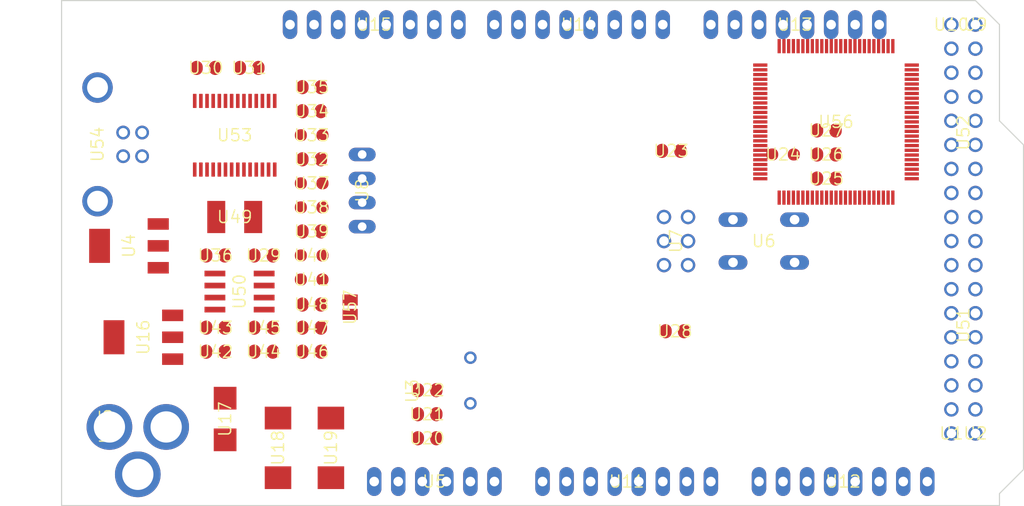
<source format=kicad_pcb>
(kicad_pcb (version 20221018) (generator pcbnew)
  (layers (0 "F.Cu" signal "Top") (31 "B.Cu" signal "Bottom") (34 "B.Paste" user) (35 "F.Paste" user) (36 "B.SilkS" user "B.Silkscreen") (37 "F.SilkS" user "F.Silkscreen") (38 "B.Mask" user) (39 "F.Mask" user) (44 "Edge.Cuts" user))
  (net 0 "")
  (net 1 "+5V")
  (net 2 "GND")
  (net 3 "N$6")
  (net 4 "N$7")
  (net 5 "AREF")
  (net 6 "RESET")
  (net 7 "VIN")
  (net 8 "N$3")
  (net 9 "PWRIN")
  (net 10 "M8RXD")
  (net 11 "M8TXD")
  (net 12 "ADC0")
  (net 13 "ADC2")
  (net 14 "ADC1")
  (net 15 "ADC3")
  (net 16 "ADC4")
  (net 17 "ADC5")
  (net 18 "ADC6")
  (net 19 "ADC7")
  (net 20 "+3V3")
  (net 21 "SDA")
  (net 22 "SCL")
  (net 23 "ADC9")
  (net 24 "ADC8")
  (net 25 "ADC10")
  (net 26 "ADC11")
  (net 27 "ADC12")
  (net 28 "ADC13")
  (net 29 "ADC14")
  (net 30 "ADC15")
  (net 31 "PB3")
  (net 32 "PB2")
  (net 33 "PB1")
  (net 34 "PB5")
  (net 35 "PB4")
  (net 36 "PE5")
  (net 37 "PE4")
  (net 38 "PE3")
  (net 39 "PE1")
  (net 40 "PE0")
  (net 41 "N$15")
  (net 42 "N$53")
  (net 43 "N$54")
  (net 44 "N$55")
  (net 45 "D-")
  (net 46 "D+")
  (net 47 "N$60")
  (net 48 "DTR")
  (net 49 "USBVCC")
  (net 50 "N$2")
  (net 51 "N$4")
  (net 52 "GATE_CMD")
  (net 53 "CMP")
  (net 54 "PB6")
  (net 55 "PH3")
  (net 56 "PH4")
  (net 57 "PH5")
  (net 58 "PH6")
  (net 59 "PG5")
  (net 60 "RXD1")
  (net 61 "TXD1")
  (net 62 "RXD2")
  (net 63 "RXD3")
  (net 64 "TXD2")
  (net 65 "TXD3")
  (net 66 "PC0")
  (net 67 "PC1")
  (net 68 "PC2")
  (net 69 "PC3")
  (net 70 "PC4")
  (net 71 "PC5")
  (net 72 "PC6")
  (net 73 "PC7")
  (net 74 "PB0")
  (net 75 "PG0")
  (net 76 "PG1")
  (net 77 "PG2")
  (net 78 "PD7")
  (net 79 "PA0")
  (net 80 "PA1")
  (net 81 "PA2")
  (net 82 "PA3")
  (net 83 "PA4")
  (net 84 "PA5")
  (net 85 "PA6")
  (net 86 "PA7")
  (net 87 "PL0")
  (net 88 "PL1")
  (net 89 "PL2")
  (net 90 "PL3")
  (net 91 "PL4")
  (net 92 "PL5")
  (net 93 "PL6")
  (net 94 "PL7")
  (net 95 "PB7")
  (net 96 "CTS")
  (net 97 "DSR")
  (net 98 "DCD")
  (net 99 "RI")
  (footprint "Arduino_MEGA_Reference_Design:2X03" (layer "F.Cu") (at 162.5981 103.7336 -90)
    (fp_text reference "U7")
    (fp_text value "")
  )
  (footprint "Arduino_MEGA_Reference_Design:1X08" (layer "F.Cu") (at 152.3111 80.8736 180)
    (fp_text reference "U14")
    (fp_text value "")
  )
  (footprint "Arduino_MEGA_Reference_Design:1X08" (layer "F.Cu") (at 130.7211 80.8736 180)
    (fp_text reference "U15")
    (fp_text value "")
  )
  (footprint "Arduino_MEGA_Reference_Design:SMC_D" (layer "F.Cu") (at 120.5611 125.5776 -90)
    (fp_text reference "U18")
    (fp_text value "")
  )
  (footprint "Arduino_MEGA_Reference_Design:SMC_D" (layer "F.Cu") (at 126.1491 125.5776 -90)
    (fp_text reference "U19")
    (fp_text value "")
  )
  (footprint "Arduino_MEGA_Reference_Design:B3F-10XX" (layer "F.Cu") (at 171.8691 103.7336 180)
    (fp_text reference "U6")
    (fp_text value "")
  )
  (footprint "Arduino_MEGA_Reference_Design:0805RND" (layer "F.Cu") (at 173.9011 94.5896 180)
    (fp_text reference "U24")
    (fp_text value "")
  )
  (footprint "Arduino_MEGA_Reference_Design:SMB" (layer "F.Cu") (at 114.9731 122.5296 -90)
    (fp_text reference "U17")
    (fp_text value "")
  )
  (footprint "Arduino_MEGA_Reference_Design:DC-21MM" (layer "F.Cu") (at 103.0351 123.2916 90)
    (fp_text reference "U55")
    (fp_text value "")
  )
  (footprint "Arduino_MEGA_Reference_Design:HC49_S" (layer "F.Cu") (at 140.8811 118.4656 90)
    (fp_text reference "U3")
    (fp_text value "")
  )
  (footprint "Arduino_MEGA_Reference_Design:SOT223" (layer "F.Cu") (at 106.3371 113.8936 90)
    (fp_text reference "U16")
    (fp_text value "")
  )
  (footprint "Arduino_MEGA_Reference_Design:1X06" (layer "F.Cu") (at 137.0711 129.1336)
    (fp_text reference "U5")
    (fp_text value "")
  )
  (footprint "Arduino_MEGA_Reference_Design:C0805RND" (layer "F.Cu") (at 124.1171 87.4776)
    (fp_text reference "U35")
    (fp_text value "")
  )
  (footprint "Arduino_MEGA_Reference_Design:C0805RND" (layer "F.Cu") (at 162.4711 113.2586)
    (fp_text reference "U28")
    (fp_text value "")
  )
  (footprint "Arduino_MEGA_Reference_Design:C0805RND" (layer "F.Cu") (at 136.3091 122.0216)
    (fp_text reference "U21")
    (fp_text value "")
  )
  (footprint "Arduino_MEGA_Reference_Design:C0805RND" (layer "F.Cu") (at 136.3091 119.4816)
    (fp_text reference "U22")
    (fp_text value "")
  )
  (footprint "Arduino_MEGA_Reference_Design:C0805RND" (layer "F.Cu") (at 113.9571 112.8776)
    (fp_text reference "U43")
    (fp_text value "")
  )
  (footprint "Arduino_MEGA_Reference_Design:RCL_0805RND" (layer "F.Cu") (at 124.1171 105.2576)
    (fp_text reference "U40")
    (fp_text value "")
  )
  (footprint "Arduino_MEGA_Reference_Design:RCL_0805RND" (layer "F.Cu") (at 124.1171 107.7976)
    (fp_text reference "U41")
    (fp_text value "")
  )
  (footprint "Arduino_MEGA_Reference_Design:1X08" (layer "F.Cu") (at 157.3911 129.1336)
    (fp_text reference "U11")
    (fp_text value "")
  )
  (footprint "Arduino_MEGA_Reference_Design:1X08" (layer "F.Cu") (at 175.1711 80.8736 180)
    (fp_text reference "U13")
    (fp_text value "")
  )
  (footprint "Arduino_MEGA_Reference_Design:R0805RND" (layer "F.Cu") (at 178.4731 94.5896 180)
    (fp_text reference "U26")
    (fp_text value "")
  )
  (footprint "Arduino_MEGA_Reference_Design:R0805RND" (layer "F.Cu") (at 178.4731 92.0496 180)
    (fp_text reference "U27")
    (fp_text value "")
  )
  (footprint "Arduino_MEGA_Reference_Design:TQFP100" (layer "F.Cu") (at 179.4967803955078 91.14759826660156 0)
    (fp_text reference "U56")
    (fp_text value "")
  )
  (footprint "Arduino_MEGA_Reference_Design:C0805RND" (layer "F.Cu") (at 162.0901 94.2086 180)
    (fp_text reference "U23")
    (fp_text value "")
  )
  (footprint "Arduino_MEGA_Reference_Design:C0805RND" (layer "F.Cu") (at 136.3091 124.5616)
    (fp_text reference "U20")
    (fp_text value "")
  )
  (footprint "Arduino_MEGA_Reference_Design:1X08" (layer "F.Cu") (at 180.2511 129.1336)
    (fp_text reference "U12")
    (fp_text value "")
  )
  (footprint "Arduino_MEGA_Reference_Design:R0805RND" (layer "F.Cu") (at 124.1171 112.8776)
    (fp_text reference "U47")
    (fp_text value "")
  )
  (footprint "Arduino_MEGA_Reference_Design:C0805RND" (layer "F.Cu") (at 124.1171 115.4176)
    (fp_text reference "U46")
    (fp_text value "")
  )
  (footprint "Arduino_MEGA_Reference_Design:C0805RND" (layer "F.Cu") (at 113.9571 105.2576)
    (fp_text reference "U36")
    (fp_text value "")
  )
  (footprint "Arduino_MEGA_Reference_Design:C0805RND" (layer "F.Cu") (at 112.9411 85.4456)
    (fp_text reference "U30")
    (fp_text value "")
  )
  (footprint "Arduino_MEGA_Reference_Design:0805RND" (layer "F.Cu") (at 124.1171 100.1776 180)
    (fp_text reference "U38")
    (fp_text value "")
  )
  (footprint "Arduino_MEGA_Reference_Design:0805RND" (layer "F.Cu") (at 124.1171 97.6376 180)
    (fp_text reference "U37")
    (fp_text value "")
  )
  (footprint "Arduino_MEGA_Reference_Design:R0805RND" (layer "F.Cu") (at 124.1171 95.0976)
    (fp_text reference "U32")
    (fp_text value "")
  )
  (footprint "Arduino_MEGA_Reference_Design:R0805RND" (layer "F.Cu") (at 124.1171 102.7176)
    (fp_text reference "U39")
    (fp_text value "")
  )
  (footprint "Arduino_MEGA_Reference_Design:SSOP28" (layer "F.Cu") (at 115.9891 92.5576)
    (fp_text reference "U53")
    (fp_text value "")
  )
  (footprint "Arduino_MEGA_Reference_Design:PN61729" (layer "F.Cu") (at 98.9584 93.5228 -90)
    (fp_text reference "U54")
    (fp_text value "")
  )
  (footprint "Arduino_MEGA_Reference_Design:L1812" (layer "F.Cu") (at 115.9891 101.1936)
    (fp_text reference "U49")
    (fp_text value "")
  )
  (footprint "Arduino_MEGA_Reference_Design:C0805RND" (layer "F.Cu") (at 117.5131 85.4456)
    (fp_text reference "U31")
    (fp_text value "")
  )
  (footprint "Arduino_MEGA_Reference_Design:0805RND" (layer "F.Cu") (at 124.1171 92.5576 180)
    (fp_text reference "U33")
    (fp_text value "")
  )
  (footprint "Arduino_MEGA_Reference_Design:R0805RND" (layer "F.Cu") (at 124.1171 90.0176 180)
    (fp_text reference "U34")
    (fp_text value "")
  )
  (footprint "Arduino_MEGA_Reference_Design:C0805RND" (layer "F.Cu") (at 124.1171 110.4392 180)
    (fp_text reference "U48")
    (fp_text value "")
  )
  (footprint "Arduino_MEGA_Reference_Design:SOT223" (layer "F.Cu") (at 104.8131 104.2416 90)
    (fp_text reference "U4")
    (fp_text value "")
  )
  (footprint "Arduino_MEGA_Reference_Design:SO08" (layer "F.Cu") (at 116.4971 109.0676 -90)
    (fp_text reference "U50")
    (fp_text value "")
  )
  (footprint "Arduino_MEGA_Reference_Design:R0805RND" (layer "F.Cu") (at 113.9571 115.4176 180)
    (fp_text reference "U42")
    (fp_text value "")
  )
  (footprint "Arduino_MEGA_Reference_Design:R0805RND" (layer "F.Cu") (at 119.0371 112.8776 180)
    (fp_text reference "U45")
    (fp_text value "")
  )
  (footprint "Arduino_MEGA_Reference_Design:C0805RND" (layer "F.Cu") (at 119.0371 115.4176 180)
    (fp_text reference "U44")
    (fp_text value "")
  )
  (footprint "Arduino_MEGA_Reference_Design:C0805RND" (layer "F.Cu") (at 119.0371 105.2576)
    (fp_text reference "U29")
    (fp_text value "")
  )
  (footprint "Arduino_MEGA_Reference_Design:2X08" (layer "F.Cu") (at 192.9511 92.3036 90)
    (fp_text reference "U52")
    (fp_text value "")
  )
  (footprint "Arduino_MEGA_Reference_Design:2X08" (layer "F.Cu") (at 192.9511 112.6236 90)
    (fp_text reference "U51")
    (fp_text value "")
  )
  (footprint "Arduino_MEGA_Reference_Design:R0805RND" (layer "F.Cu") (at 178.4731 97.1296 180)
    (fp_text reference "U25")
    (fp_text value "")
  )
  (footprint "Arduino_MEGA_Reference_Design:1X01" (layer "F.Cu") (at 191.6811 80.8736)
    (fp_text reference "U10")
    (fp_text value "")
  )
  (footprint "Arduino_MEGA_Reference_Design:1X01" (layer "F.Cu") (at 194.2211 80.8736)
    (fp_text reference "U9")
    (fp_text value "")
  )
  (footprint "Arduino_MEGA_Reference_Design:1X01" (layer "F.Cu") (at 191.6811 124.0536)
    (fp_text reference "U1")
    (fp_text value "")
  )
  (footprint "Arduino_MEGA_Reference_Design:1X01" (layer "F.Cu") (at 194.2211 124.0536)
    (fp_text reference "U2")
    (fp_text value "")
  )
  (footprint "Arduino_MEGA_Reference_Design:SJ" (layer "F.Cu") (at 128.1811 110.7186 -90)
    (fp_text reference "U57")
    (fp_text value "")
  )
  (footprint "Arduino_MEGA_Reference_Design:JP4" (layer "F.Cu") (at 129.4511 98.3996 -90)
    (fp_text reference "U8")
    (fp_text value "")
  )
  (gr_line (start 196.7611 80.8736) (end 196.7611 91.0336) (layer "Edge.Cuts") (width 0.12))
  (gr_line (start 196.7611 130.4036) (end 196.7611 131.6736) (layer "Edge.Cuts") (width 0.12))
  (gr_line (start 194.2211 78.3336) (end 196.7611 80.8736) (layer "Edge.Cuts") (width 0.12))
  (gr_line (start 97.7011 78.3336) (end 194.2211 78.3336) (layer "Edge.Cuts") (width 0.12))
  (gr_line (start 196.7611 91.0336) (end 199.3011 93.5736) (layer "Edge.Cuts") (width 0.12))
  (gr_line (start 97.7011 131.6736) (end 97.7011 78.3336) (layer "Edge.Cuts") (width 0.12))
  (gr_line (start 196.7611 131.6736) (end 97.7011 131.6736) (layer "Edge.Cuts") (width 0.12))
  (gr_line (start 199.3011 93.5736) (end 199.3011 127.8636) (layer "Edge.Cuts") (width 0.12))
  (gr_line (start 199.3011 127.8636) (end 196.7611 130.4036) (layer "Edge.Cuts") (width 0.12))
)
</source>
